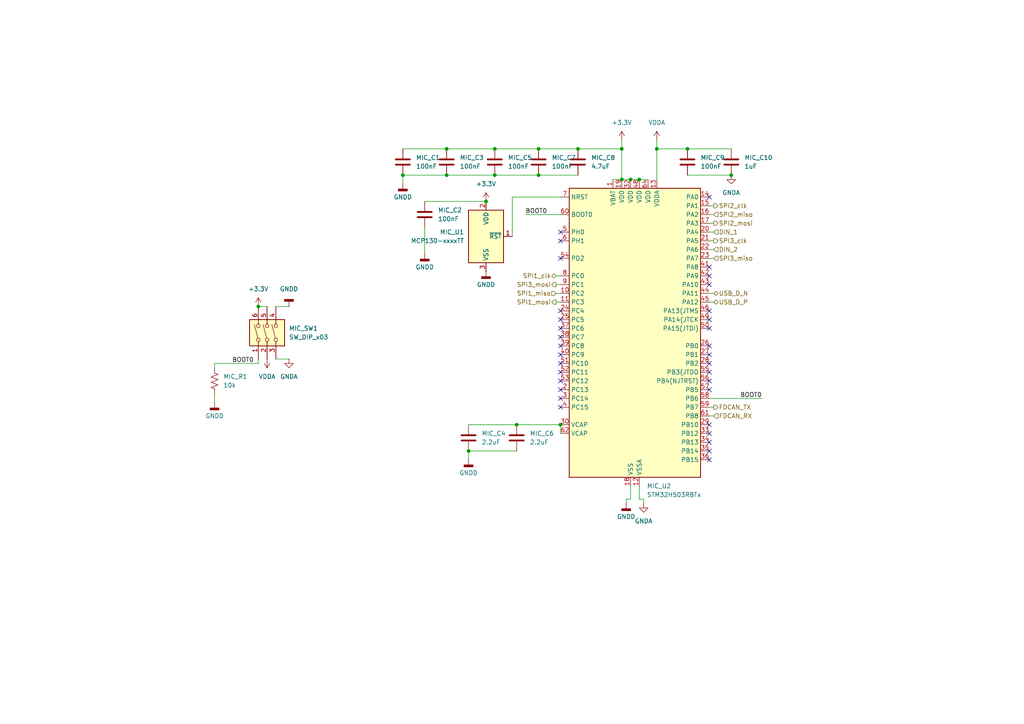
<source format=kicad_sch>
(kicad_sch (version 20231120) (generator "eeschema") (generator_version "8.0")
  (paper "A4")
  (lib_symbols
    (symbol "Device:C" (pin_numbers hide) (pin_names (offset 0.254))
      (property "Reference" "C" (at 0.635 2.54 0))
      (property "Value" "C" (at 0.635 -2.54 0))
      (symbol "C_0_1"
        (polyline (pts (xy -2.032 -0.762) (xy 2.032 -0.762)) (stroke (width 0.508)))
        (polyline (pts (xy -2.032 0.762) (xy 2.032 0.762)) (stroke (width 0.508)))
      )
      (symbol "C_1_1"
        (pin passive line (at 0 3.81 270) (length 2.794) (name "~") (number "1"))
        (pin passive line (at 0 -3.81 90) (length 2.794) (name "~") (number "2"))
      )
    )
    (symbol "Device:R_US" (pin_numbers hide) (pin_names (offset 0))
      (property "Reference" "R" (at 2.54 0 90))
      (property "Value" "R_US" (at -2.54 0 90))
      (symbol "R_US_0_1"
        (polyline (pts (xy 0 -2.286) (xy 0 -2.54)))
        (polyline (pts (xy 0 2.286) (xy 0 2.54)))
        (polyline (pts (xy 0 -0.762) (xy 1.016 -1.143) (xy 0 -1.524) (xy -1.016 -1.905) (xy 0 -2.286)))
        (polyline (pts (xy 0 0.762) (xy 1.016 0.381) (xy 0 0) (xy -1.016 -0.381) (xy 0 -0.762)))
        (polyline (pts (xy 0 2.286) (xy 1.016 1.905) (xy 0 1.524) (xy -1.016 1.143) (xy 0 0.762)))
      )
      (symbol "R_US_1_1"
        (pin passive line (at 0 3.81 270) (length 1.27) (name "~") (number "1"))
        (pin passive line (at 0 -3.81 90) (length 1.27) (name "~") (number "2"))
      )
    )
    (symbol "MCU_ST_STM32H5:STM32H503RBTx"
      (property "Reference" "U" (at -17.78 44.45 0))
      (property "Value" "STM32H503RBTx" (at 10.16 44.45 0))
      (symbol "STM32H503RBTx_0_1"
        (rectangle (start -17.78 -40.64) (end 20.32 43.18) (stroke (width 0.254)) (fill (type background)))
      )
      (symbol "STM32H503RBTx_1_1"
        (pin power_in line (at -5.08 45.72 270) (length 2.54) (name "VBAT") (number "1"))
        (pin bidirectional line (at -20.32 12.7 0) (length 2.54) (name "PC2") (number "10"))
        (pin bidirectional line (at -20.32 10.16 0) (length 2.54) (name "PC3") (number "11"))
        (pin power_in line (at 2.54 -43.18 90) (length 2.54) (name "VSSA") (number "12"))
        (pin power_in line (at 7.62 45.72 270) (length 2.54) (name "VDDA") (number "13"))
        (pin bidirectional line (at 22.86 40.64 180) (length 2.54) (name "PA0") (number "14"))
        (pin bidirectional line (at 22.86 38.1 180) (length 2.54) (name "PA1") (number "15"))
        (pin bidirectional line (at 22.86 35.56 180) (length 2.54) (name "PA2") (number "16"))
        (pin bidirectional line (at 22.86 33.02 180) (length 2.54) (name "PA3") (number "17"))
        (pin power_in line (at 0 -43.18 90) (length 2.54) (name "VSS") (number "18"))
        (pin power_in line (at -2.54 45.72 270) (length 2.54) (name "VDD") (number "19"))
        (pin bidirectional line (at -20.32 -15.24 0) (length 2.54) (name "PC13") (number "2"))
        (pin bidirectional line (at 22.86 30.48 180) (length 2.54) (name "PA4") (number "20"))
        (pin bidirectional line (at 22.86 27.94 180) (length 2.54) (name "PA5") (number "21"))
        (pin bidirectional line (at 22.86 25.4 180) (length 2.54) (name "PA6") (number "22"))
        (pin bidirectional line (at 22.86 22.86 180) (length 2.54) (name "PA7") (number "23"))
        (pin bidirectional line (at -20.32 7.62 0) (length 2.54) (name "PC4") (number "24"))
        (pin bidirectional line (at -20.32 5.08 0) (length 2.54) (name "PC5") (number "25"))
        (pin bidirectional line (at 22.86 -2.54 180) (length 2.54) (name "PB0") (number "26"))
        (pin bidirectional line (at 22.86 -5.08 180) (length 2.54) (name "PB1") (number "27"))
        (pin bidirectional line (at 22.86 -7.62 180) (length 2.54) (name "PB2") (number "28"))
        (pin bidirectional line (at 22.86 -25.4 180) (length 2.54) (name "PB10") (number "29"))
        (pin bidirectional line (at -20.32 -17.78 0) (length 2.54) (name "PC14") (number "3"))
        (pin power_out line (at -20.32 -25.4 0) (length 2.54) (name "VCAP") (number "30"))
        (pin passive line (at 0 -43.18 90) (length 2.54) hide (name "VSS") (number "31"))
        (pin power_in line (at 0 45.72 270) (length 2.54) (name "VDD") (number "32"))
        (pin bidirectional line (at 22.86 -27.94 180) (length 2.54) (name "PB12") (number "33"))
        (pin bidirectional line (at 22.86 -30.48 180) (length 2.54) (name "PB13") (number "34"))
        (pin bidirectional line (at 22.86 -33.02 180) (length 2.54) (name "PB14") (number "35"))
        (pin bidirectional line (at 22.86 -35.56 180) (length 2.54) (name "PB15") (number "36"))
        (pin bidirectional line (at -20.32 2.54 0) (length 2.54) (name "PC6") (number "37"))
        (pin bidirectional line (at -20.32 0 0) (length 2.54) (name "PC7") (number "38"))
        (pin bidirectional line (at -20.32 -2.54 0) (length 2.54) (name "PC8") (number "39"))
        (pin bidirectional line (at -20.32 -20.32 0) (length 2.54) (name "PC15") (number "4"))
        (pin bidirectional line (at -20.32 -5.08 0) (length 2.54) (name "PC9") (number "40"))
        (pin bidirectional line (at 22.86 20.32 180) (length 2.54) (name "PA8") (number "41"))
        (pin bidirectional line (at 22.86 17.78 180) (length 2.54) (name "PA9") (number "42"))
        (pin bidirectional line (at 22.86 15.24 180) (length 2.54) (name "PA10") (number "43"))
        (pin bidirectional line (at 22.86 12.7 180) (length 2.54) (name "PA11") (number "44"))
        (pin bidirectional line (at 22.86 10.16 180) (length 2.54) (name "PA12") (number "45"))
        (pin bidirectional line (at 22.86 7.62 180) (length 2.54) (name "PA13(JTMS") (number "46"))
        (pin passive line (at 0 -43.18 90) (length 2.54) hide (name "VSS") (number "47"))
        (pin power_in line (at 2.54 45.72 270) (length 2.54) (name "VDD") (number "48"))
        (pin bidirectional line (at 22.86 5.08 180) (length 2.54) (name "PA14(JTCK") (number "49"))
        (pin bidirectional line (at -20.32 30.48 0) (length 2.54) (name "PH0") (number "5"))
        (pin bidirectional line (at 22.86 2.54 180) (length 2.54) (name "PA15(JTDI)") (number "50"))
        (pin bidirectional line (at -20.32 -7.62 0) (length 2.54) (name "PC10") (number "51"))
        (pin bidirectional line (at -20.32 -10.16 0) (length 2.54) (name "PC11") (number "52"))
        (pin bidirectional line (at -20.32 -12.7 0) (length 2.54) (name "PC12") (number "53"))
        (pin bidirectional line (at -20.32 22.86 0) (length 2.54) (name "PD2") (number "54"))
        (pin bidirectional line (at 22.86 -10.16 180) (length 2.54) (name "PB3(JTDO") (number "55"))
        (pin bidirectional line (at 22.86 -12.7 180) (length 2.54) (name "PB4(NJTRST)") (number "56"))
        (pin bidirectional line (at 22.86 -15.24 180) (length 2.54) (name "PB5") (number "57"))
        (pin bidirectional line (at 22.86 -17.78 180) (length 2.54) (name "PB6") (number "58"))
        (pin bidirectional line (at 22.86 -20.32 180) (length 2.54) (name "PB7") (number "59"))
        (pin bidirectional line (at -20.32 27.94 0) (length 2.54) (name "PH1") (number "6"))
        (pin input line (at -20.32 35.56 0) (length 2.54) (name "BOOT0") (number "60"))
        (pin bidirectional line (at 22.86 -22.86 180) (length 2.54) (name "PB8") (number "61"))
        (pin power_out line (at -20.32 -27.94 0) (length 2.54) (name "VCAP") (number "62"))
        (pin passive line (at 0 -43.18 90) (length 2.54) hide (name "VSS") (number "63"))
        (pin power_in line (at 5.08 45.72 270) (length 2.54) (name "VDD") (number "64"))
        (pin input line (at -20.32 40.64 0) (length 2.54) (name "NRST") (number "7"))
        (pin bidirectional line (at -20.32 17.78 0) (length 2.54) (name "PC0") (number "8"))
        (pin bidirectional line (at -20.32 15.24 0) (length 2.54) (name "PC1") (number "9"))
      )
    )
    (symbol "Power_Supervisor:MCP130-xxxxTT"
      (property "Reference" "U" (at -5.08 8.89 0))
      (property "Value" "MCP130-xxxxTT" (at 8.89 8.89 0))
      (symbol "MCP130-xxxxTT_0_1"
        (rectangle (start 5.08 7.62) (end -5.08 -7.62) (stroke (width 0.254)) (fill (type background)))
      )
      (symbol "MCP130-xxxxTT_1_1"
        (pin open_collector line (at 7.62 0 180) (length 2.54) (name "~{RST}") (number "1"))
        (pin power_in line (at 0 10.16 270) (length 2.54) (name "VDD") (number "2"))
        (pin power_in line (at 0 -10.16 90) (length 2.54) (name "VSS") (number "3"))
      )
    )
    (symbol "Switch:SW_DIP_x03" (pin_names (offset 0) hide)
      (property "Reference" "SW" (at 0 6.35 0))
      (property "Value" "SW_DIP_x03" (at 0 -6.35 0))
      (symbol "SW_DIP_x03_0_0"
        (circle (center -2.032 -2.54) (radius 0.508))
        (circle (center -2.032 0) (radius 0.508))
        (circle (center -2.032 2.54) (radius 0.508))
        (polyline (pts (xy -1.524 -2.413) (xy 2.3622 -1.3716)))
        (polyline (pts (xy -1.524 0.127) (xy 2.3622 1.1684)))
        (polyline (pts (xy -1.524 2.667) (xy 2.3622 3.7084)))
        (circle (center 2.032 -2.54) (radius 0.508))
        (circle (center 2.032 0) (radius 0.508))
        (circle (center 2.032 2.54) (radius 0.508))
      )
      (symbol "SW_DIP_x03_0_1"
        (rectangle (start -3.81 5.08) (end 3.81 -5.08) (stroke (width 0.254)) (fill (type background)))
      )
      (symbol "SW_DIP_x03_1_1"
        (pin passive line (at -7.62 2.54 0) (length 5.08) (name "~") (number "1"))
        (pin passive line (at -7.62 0 0) (length 5.08) (name "~") (number "2"))
        (pin passive line (at -7.62 -2.54 0) (length 5.08) (name "~") (number "3"))
        (pin passive line (at 7.62 -2.54 180) (length 5.08) (name "~") (number "4"))
        (pin passive line (at 7.62 0 180) (length 5.08) (name "~") (number "5"))
        (pin passive line (at 7.62 2.54 180) (length 5.08) (name "~") (number "6"))
      )
    )
    (symbol "power:+3.3V" (power) (pin_numbers hide) (pin_names (offset 0) hide)
      (property "Value" "+3.3V" (at 0 3.556 0))
      (symbol "+3.3V_0_1"
        (polyline (pts (xy -0.762 1.27) (xy 0 2.54)))
        (polyline (pts (xy 0 0) (xy 0 2.54)))
        (polyline (pts (xy 0 2.54) (xy 0.762 1.27)))
      )
      (symbol "+3.3V_1_1"
        (pin power_in line (at 0 0 90) (length 0) (name "~") (number "1"))
      )
    )
    (symbol "power:GNDA" (power) (pin_numbers hide) (pin_names (offset 0) hide)
      (property "Value" "GNDA" (at 0 -3.81 0))
      (symbol "GNDA_0_1"
        (polyline (pts (xy 0 0) (xy 0 -1.27) (xy 1.27 -1.27) (xy 0 -2.54) (xy -1.27 -1.27) (xy 0 -1.27)))
      )
      (symbol "GNDA_1_1"
        (pin power_in line (at 0 0 270) (length 0) (name "~") (number "1"))
      )
    )
    (symbol "power:GNDD" (power) (pin_numbers hide) (pin_names (offset 0) hide)
      (property "Value" "GNDD" (at 0 -3.175 0))
      (symbol "GNDD_0_1"
        (rectangle (start -1.27 -1.524) (end 1.27 -2.032) (stroke (width 0.254)) (fill (type outline)))
        (polyline (pts (xy 0 0) (xy 0 -1.524)))
      )
      (symbol "GNDD_1_1"
        (pin power_in line (at 0 0 270) (length 0) (name "~") (number "1"))
      )
    )
    (symbol "power:VDDA" (power) (pin_numbers hide) (pin_names (offset 0) hide)
      (property "Value" "VDDA" (at 0 3.556 0))
      (symbol "VDDA_0_1"
        (polyline (pts (xy -0.762 1.27) (xy 0 2.54)))
        (polyline (pts (xy 0 0) (xy 0 2.54)))
        (polyline (pts (xy 0 2.54) (xy 0.762 1.27)))
      )
      (symbol "VDDA_1_1"
        (pin power_in line (at 0 0 90) (length 0) (name "~") (number "1"))
      )
    )
  )
  (junction (at 140.97 58.42))
  (junction (at 212.09 50.8))
  (junction (at 180.34 43.18))
  (junction (at 182.88 52.07))
  (junction (at 135.89 130.81))
  (junction (at 129.54 43.18))
  (junction (at 129.54 50.8))
  (junction (at 143.51 50.8))
  (junction (at 149.86 123.19))
  (junction (at 180.34 52.07))
  (junction (at 156.21 43.18))
  (junction (at 74.93 88.9))
  (junction (at 156.21 50.8))
  (junction (at 185.42 52.07))
  (junction (at 116.84 50.8))
  (junction (at 162.56 123.19))
  (junction (at 167.64 43.18))
  (junction (at 143.51 43.18))
  (junction (at 190.5 43.18))
  (junction (at 199.39 43.18))
  (no_connect (at 205.74 95.25))
  (no_connect (at 205.74 113.03))
  (no_connect (at 162.56 90.17))
  (no_connect (at 205.74 125.73))
  (no_connect (at 162.56 67.31))
  (no_connect (at 162.56 107.95))
  (no_connect (at 162.56 118.11))
  (no_connect (at 205.74 80.01))
  (no_connect (at 162.56 74.93))
  (no_connect (at 205.74 57.15))
  (no_connect (at 205.74 90.17))
  (no_connect (at 205.74 130.81))
  (no_connect (at 205.74 110.49))
  (no_connect (at 205.74 123.19))
  (no_connect (at 205.74 133.35))
  (no_connect (at 162.56 92.71))
  (no_connect (at 162.56 102.87))
  (no_connect (at 162.56 95.25))
  (no_connect (at 162.56 97.79))
  (no_connect (at 205.74 102.87))
  (no_connect (at 162.56 100.33))
  (no_connect (at 205.74 82.55))
  (no_connect (at 205.74 92.71))
  (no_connect (at 162.56 115.57))
  (no_connect (at 162.56 69.85))
  (no_connect (at 162.56 110.49))
  (no_connect (at 205.74 105.41))
  (no_connect (at 205.74 77.47))
  (no_connect (at 162.56 105.41))
  (no_connect (at 162.56 113.03))
  (no_connect (at 205.74 128.27))
  (no_connect (at 205.74 107.95))
  (no_connect (at 205.74 100.33))
  (wire (pts (xy 149.86 123.19) (xy 162.56 123.19)))
  (wire (pts (xy 161.29 82.55) (xy 162.56 82.55)))
  (wire (pts (xy 148.59 57.15) (xy 162.56 57.15)))
  (wire (pts (xy 148.59 68.58) (xy 148.59 57.15)))
  (wire (pts (xy 199.39 50.8) (xy 212.09 50.8)))
  (wire (pts (xy 116.84 53.34) (xy 116.84 50.8)))
  (wire (pts (xy 161.29 85.09) (xy 162.56 85.09)))
  (wire (pts (xy 167.64 43.18) (xy 180.34 43.18)))
  (wire (pts (xy 143.51 43.18) (xy 156.21 43.18)))
  (wire (pts (xy 156.21 50.8) (xy 167.64 50.8)))
  (wire (pts (xy 181.61 144.78) (xy 182.88 144.78)))
  (wire (pts (xy 180.34 40.64) (xy 180.34 43.18)))
  (wire (pts (xy 207.01 120.65) (xy 205.74 120.65)))
  (wire (pts (xy 123.19 58.42) (xy 140.97 58.42)))
  (wire (pts (xy 135.89 123.19) (xy 149.86 123.19)))
  (wire (pts (xy 162.56 123.19) (xy 162.56 125.73)))
  (wire (pts (xy 186.69 146.05) (xy 186.69 144.78)))
  (wire (pts (xy 185.42 144.78) (xy 185.42 140.97)))
  (wire (pts (xy 62.23 105.41) (xy 74.93 105.41)))
  (wire (pts (xy 205.74 115.57) (xy 220.98 115.57)))
  (wire (pts (xy 207.01 85.09) (xy 205.74 85.09)))
  (wire (pts (xy 135.89 133.35) (xy 135.89 130.81)))
  (wire (pts (xy 161.29 87.63) (xy 162.56 87.63)))
  (wire (pts (xy 205.74 72.39) (xy 207.01 72.39)))
  (wire (pts (xy 80.01 104.14) (xy 83.82 104.14)))
  (wire (pts (xy 180.34 43.18) (xy 180.34 52.07)))
  (wire (pts (xy 83.82 88.9) (xy 80.01 88.9)))
  (wire (pts (xy 205.74 69.85) (xy 207.01 69.85)))
  (wire (pts (xy 135.89 130.81) (xy 149.86 130.81)))
  (wire (pts (xy 205.74 59.69) (xy 207.01 59.69)))
  (wire (pts (xy 62.23 116.84) (xy 62.23 114.3)))
  (wire (pts (xy 207.01 118.11) (xy 205.74 118.11)))
  (wire (pts (xy 207.01 87.63) (xy 205.74 87.63)))
  (wire (pts (xy 116.84 50.8) (xy 129.54 50.8)))
  (wire (pts (xy 74.93 88.9) (xy 77.47 88.9)))
  (wire (pts (xy 190.5 43.18) (xy 199.39 43.18)))
  (wire (pts (xy 199.39 43.18) (xy 212.09 43.18)))
  (wire (pts (xy 177.8 52.07) (xy 180.34 52.07)))
  (wire (pts (xy 182.88 52.07) (xy 185.42 52.07)))
  (wire (pts (xy 205.74 67.31) (xy 207.01 67.31)))
  (wire (pts (xy 74.93 104.14) (xy 74.93 105.41)))
  (wire (pts (xy 182.88 144.78) (xy 182.88 140.97)))
  (wire (pts (xy 156.21 43.18) (xy 167.64 43.18)))
  (wire (pts (xy 123.19 73.66) (xy 123.19 66.04)))
  (wire (pts (xy 181.61 146.05) (xy 181.61 144.78)))
  (wire (pts (xy 190.5 43.18) (xy 190.5 52.07)))
  (wire (pts (xy 62.23 105.41) (xy 62.23 106.68)))
  (wire (pts (xy 205.74 64.77) (xy 207.01 64.77)))
  (wire (pts (xy 180.34 52.07) (xy 182.88 52.07)))
  (wire (pts (xy 186.69 144.78) (xy 185.42 144.78)))
  (wire (pts (xy 161.29 80.01) (xy 162.56 80.01)))
  (wire (pts (xy 205.74 62.23) (xy 207.01 62.23)))
  (wire (pts (xy 190.5 40.64) (xy 190.5 43.18)))
  (wire (pts (xy 205.74 74.93) (xy 207.01 74.93)))
  (wire (pts (xy 116.84 43.18) (xy 129.54 43.18)))
  (wire (pts (xy 129.54 43.18) (xy 143.51 43.18)))
  (wire (pts (xy 152.4 62.23) (xy 162.56 62.23)))
  (wire (pts (xy 129.54 50.8) (xy 143.51 50.8)))
  (wire (pts (xy 185.42 52.07) (xy 187.96 52.07)))
  (wire (pts (xy 143.51 50.8) (xy 156.21 50.8)))
  (label "BOOT0" (at 152.4 62.23 0))
  (label "BOOT0" (at 220.98 115.57 180))
  (label "BOOT0" (at 67.31 105.41 0))
  (hierarchical_label "SPI1_mosi" (shape output) (at 161.29 87.63 180))
  (hierarchical_label "SPI3_mosi" (shape output) (at 161.29 82.55 180))
  (hierarchical_label "FDCAN_TX" (shape output) (at 207.01 118.11 0))
  (hierarchical_label "SPI2_clk" (shape output) (at 207.01 59.69 0))
  (hierarchical_label "SPI3_clk" (shape output) (at 207.01 69.85 0))
  (hierarchical_label "SPI2_miso" (shape input) (at 207.01 62.23 0))
  (hierarchical_label "SPI1_miso" (shape input) (at 161.29 85.09 180))
  (hierarchical_label "SPI2_mosi" (shape output) (at 207.01 64.77 0))
  (hierarchical_label "FDCAN_RX" (shape input) (at 207.01 120.65 0))
  (hierarchical_label "DIN_2" (shape input) (at 207.01 72.39 0))
  (hierarchical_label "DIN_1" (shape input) (at 207.01 67.31 0))
  (hierarchical_label "USB_D_N" (shape bidirectional) (at 207.01 85.09 0))
  (hierarchical_label "USB_D_P" (shape bidirectional) (at 207.01 87.63 0))
  (hierarchical_label "SPI3_miso" (shape input) (at 207.01 74.93 0))
  (hierarchical_label "SPI1_clk" (shape bidirectional) (at 161.29 80.01 180))
  (symbol (lib_id "power:GNDD") (at 140.97 78.74 0) (unit 1)
    (property "Reference" "#PWR020" (effects (hide yes)))
    (property "Value" "GNDD" (at 140.97 82.55 0))
    (property "Description" "Power symbol creates a global label with name \"GNDD\" , digital ground" (effects (hide yes)))
  )
  (symbol (lib_id "power:GNDD") (at 181.61 146.05 0) (unit 1)
    (property "Reference" "#PWR022" (effects (hide yes)))
    (property "Value" "GNDD" (at 181.61 149.86 0))
    (property "Description" "Power symbol creates a global label with name \"GNDD\" , digital ground" (effects (hide yes)))
  )
  (symbol (lib_id "power:GNDA") (at 212.09 50.8 0) (unit 1)
    (property "Reference" "#PWR025" (effects (hide yes)))
    (property "Value" "GNDA" (at 212.09 55.88 0))
    (property "Description" "Power symbol creates a global label with name \"GNDA\" , analog ground" (effects (hide yes)))
  )
  (symbol (lib_id "Device:C") (at 135.89 127 0) (unit 1)
    (property "Reference" "MIC_C4" (at 139.7 125.7299 0) (effects (justify left)))
    (property "Value" "2.2uF" (at 139.7 128.2699 0) (effects (justify left)))
    (property "Footprint" "Capacitor_SMD:C_0603_1608Metric_Pad1.08x0.95mm_HandSolder" (effects (hide yes)))
    (property "Description" "Unpolarized capacitor" (effects (hide yes)))
  )
  (symbol (lib_id "Device:C") (at 123.19 62.23 0) (unit 1)
    (property "Reference" "MIC_C2" (at 127 60.9599 0) (effects (justify left)))
    (property "Value" "100nF" (at 127 63.4999 0) (effects (justify left)))
    (property "Footprint" "Capacitor_SMD:C_0603_1608Metric_Pad1.08x0.95mm_HandSolder" (effects (hide yes)))
    (property "Description" "Unpolarized capacitor" (effects (hide yes)))
  )
  (symbol (lib_id "Device:C") (at 212.09 46.99 0) (unit 1)
    (property "Reference" "MIC_C10" (at 215.9 45.7199 0) (effects (justify left)))
    (property "Value" "1uF" (at 215.9 48.2599 0) (effects (justify left)))
    (property "Footprint" "Capacitor_SMD:C_0603_1608Metric_Pad1.08x0.95mm_HandSolder" (effects (hide yes)))
    (property "Description" "Unpolarized capacitor" (effects (hide yes)))
  )
  (symbol (lib_id "Device:C") (at 156.21 46.99 0) (unit 1)
    (property "Reference" "MIC_C7" (at 160.02 45.7199 0) (effects (justify left)))
    (property "Value" "100nF" (at 160.02 48.2599 0) (effects (justify left)))
    (property "Footprint" "Capacitor_SMD:C_0603_1608Metric_Pad1.08x0.95mm_HandSolder" (effects (hide yes)))
    (property "Description" "Unpolarized capacitor" (effects (hide yes)))
  )
  (symbol (lib_id "Device:C") (at 199.39 46.99 0) (unit 1)
    (property "Reference" "MIC_C9" (at 203.2 45.7199 0) (effects (justify left)))
    (property "Value" "100nF" (at 203.2 48.2599 0) (effects (justify left)))
    (property "Footprint" "Capacitor_SMD:C_0603_1608Metric_Pad1.08x0.95mm_HandSolder" (effects (hide yes)))
    (property "Description" "Unpolarized capacitor" (effects (hide yes)))
  )
  (symbol (lib_id "power:GNDA") (at 186.69 146.05 0) (unit 1)
    (property "Reference" "#PWR023" (effects (hide yes)))
    (property "Value" "GNDA" (at 186.69 151.13 0))
    (property "Description" "Power symbol creates a global label with name \"GNDA\" , analog ground" (effects (hide yes)))
  )
  (symbol (lib_id "Device:C") (at 149.86 127 0) (unit 1)
    (property "Reference" "MIC_C6" (at 153.67 125.7299 0) (effects (justify left)))
    (property "Value" "2.2uF" (at 153.67 128.2699 0) (effects (justify left)))
    (property "Footprint" "Capacitor_SMD:C_0603_1608Metric_Pad1.08x0.95mm_HandSolder" (effects (hide yes)))
    (property "Description" "Unpolarized capacitor" (effects (hide yes)))
  )
  (symbol (lib_id "Device:C") (at 129.54 46.99 0) (unit 1)
    (property "Reference" "MIC_C3" (at 133.35 45.7199 0) (effects (justify left)))
    (property "Value" "100nF" (at 133.35 48.2599 0) (effects (justify left)))
    (property "Footprint" "Capacitor_SMD:C_0603_1608Metric_Pad1.08x0.95mm_HandSolder" (effects (hide yes)))
    (property "Description" "Unpolarized capacitor" (effects (hide yes)))
  )
  (symbol (lib_id "power:GNDD") (at 116.84 53.34 0) (unit 1)
    (property "Reference" "#PWR016" (effects (hide yes)))
    (property "Value" "GNDD" (at 116.84 57.15 0))
    (property "Description" "Power symbol creates a global label with name \"GNDD\" , digital ground" (effects (hide yes)))
  )
  (symbol (lib_id "power:GNDD") (at 123.19 73.66 0) (unit 1)
    (property "Reference" "#PWR017" (effects (hide yes)))
    (property "Value" "GNDD" (at 123.19 77.47 0))
    (property "Description" "Power symbol creates a global label with name \"GNDD\" , digital ground" (effects (hide yes)))
  )
  (symbol (lib_id "power:+3.3V") (at 74.93 88.9 0) (mirror y) (unit 1)
    (property "Reference" "#PWR012" (effects (hide yes)))
    (property "Value" "+3.3V" (at 74.93 83.82 0))
    (property "Description" "Power symbol creates a global label with name \"+3.3V\"" (effects (hide yes)))
  )
  (symbol (lib_id "Device:C") (at 167.64 46.99 0) (unit 1)
    (property "Reference" "MIC_C8" (at 171.45 45.7199 0) (effects (justify left)))
    (property "Value" "4.7uF" (at 171.45 48.2599 0) (effects (justify left)))
    (property "Footprint" "Capacitor_SMD:C_0603_1608Metric_Pad1.08x0.95mm_HandSolder" (effects (hide yes)))
    (property "Description" "Unpolarized capacitor" (effects (hide yes)))
  )
  (symbol (lib_id "power:GNDA") (at 83.82 104.14 0) (unit 1)
    (property "Reference" "#PWR015" (effects (hide yes)))
    (property "Value" "GNDA" (at 83.82 109.22 0))
    (property "Description" "Power symbol creates a global label with name \"GNDA\" , analog ground" (effects (hide yes)))
  )
  (symbol (lib_id "Switch:SW_DIP_x03") (at 77.47 96.52 90) (unit 1)
    (property "Reference" "MIC_SW1" (at 83.82 95.2499 90) (effects (justify right)))
    (property "Value" "SW_DIP_x03" (at 83.82 97.7899 90) (effects (justify right)))
    (property "Footprint" "Button_Switch_THT:SW_DIP_SPSTx03_Slide_9.78x9.8mm_W7.62mm_P2.54mm" (effects (hide yes)))
    (property "Description" "3x DIP Switch, Single Pole Single Throw (SPST) switch, small symbol" (effects (hide yes)))
  )
  (symbol (lib_id "power:+3.3V") (at 180.34 40.64 0) (unit 1)
    (property "Reference" "#PWR021" (effects (hide yes)))
    (property "Value" "+3.3V" (at 180.34 35.56 0))
    (property "Description" "Power symbol creates a global label with name \"+3.3V\"" (effects (hide yes)))
  )
  (symbol (lib_id "power:+3.3V") (at 140.97 58.42 0) (unit 1)
    (property "Reference" "#PWR019" (effects (hide yes)))
    (property "Value" "+3.3V" (at 140.97 53.34 0))
    (property "Description" "Power symbol creates a global label with name \"+3.3V\"" (effects (hide yes)))
  )
  (symbol (lib_id "power:GNDD") (at 83.82 88.9 180) (unit 1)
    (property "Reference" "#PWR014" (effects (hide yes)))
    (property "Value" "GNDD" (at 83.82 83.82 0))
    (property "Description" "Power symbol creates a global label with name \"GNDD\" , digital ground" (effects (hide yes)))
  )
  (symbol (lib_id "power:VDDA") (at 190.5 40.64 0) (unit 1)
    (property "Reference" "#PWR024" (effects (hide yes)))
    (property "Value" "VDDA" (at 190.5 35.56 0))
    (property "Description" "Power symbol creates a global label with name \"VDDA\"" (effects (hide yes)))
  )
  (symbol (lib_id "Device:R_US") (at 62.23 110.49 0) (unit 1)
    (property "Reference" "MIC_R1" (at 64.77 109.2199 0) (effects (justify left)))
    (property "Value" "10k" (at 64.77 111.7599 0) (effects (justify left)))
    (property "Footprint" "Resistor_SMD:R_0603_1608Metric_Pad0.98x0.95mm_HandSolder" (effects (hide yes)))
    (property "Description" "Resistor, US symbol" (effects (hide yes)))
  )
  (symbol (lib_id "MCU_ST_STM32H5:STM32H503RBTx") (at 182.88 97.79 0) (unit 1)
    (property "Reference" "MIC_U2" (at 187.6141 140.97 0) (effects (justify left)))
    (property "Value" "STM32H503RBTx" (at 187.6141 143.51 0) (effects (justify left)))
    (property "Footprint" "Package_QFP:LQFP-64_10x10mm_P0.5mm" (effects (hide yes)))
    (property "Datasheet" "https://www.st.com/resource/en/datasheet/stm32h503rb.pdf" (effects (hide yes)))
    (property "Description" "STMicroelectronics Arm Cortex-M33 MCU, 128KB flash, 32KB RAM, 250 MHz, 49 GPIO, LQFP64" (effects (hide yes)))
  )
  (symbol (lib_id "power:VDDA") (at 77.47 104.14 180) (unit 1)
    (property "Reference" "#PWR013" (effects (hide yes)))
    (property "Value" "VDDA" (at 77.47 109.22 0))
    (property "Description" "Power symbol creates a global label with name \"VDDA\"" (effects (hide yes)))
  )
  (symbol (lib_id "Device:C") (at 116.84 46.99 0) (unit 1)
    (property "Reference" "MIC_C1" (at 120.65 45.7199 0) (effects (justify left)))
    (property "Value" "100nF" (at 120.65 48.2599 0) (effects (justify left)))
    (property "Footprint" "Capacitor_SMD:C_0603_1608Metric_Pad1.08x0.95mm_HandSolder" (effects (hide yes)))
    (property "Description" "Unpolarized capacitor" (effects (hide yes)))
  )
  (symbol (lib_id "Power_Supervisor:MCP130-xxxxTT") (at 140.97 68.58 0) (unit 1)
    (property "Reference" "MIC_U1" (at 134.62 67.3099 0) (effects (justify right)))
    (property "Value" "MCP130-xxxxTT" (at 134.62 69.8499 0) (effects (justify right)))
    (property "Footprint" "Package_TO_SOT_SMD:SOT-23" (effects (hide yes)))
    (property "Datasheet" "http://ww1.microchip.com/downloads/en/DeviceDoc/11184d.pdf" (effects (hide yes)))
    (property "Description" "Microcontroller supervisory circuit with internal 5 kΩ pull-up, SOT-23" (effects (hide yes)))
  )
  (symbol (lib_id "power:GNDD") (at 62.23 116.84 0) (unit 1)
    (property "Reference" "#PWR011" (effects (hide yes)))
    (property "Value" "GNDD" (at 62.23 120.65 0))
    (property "Description" "Power symbol creates a global label with name \"GNDD\" , digital ground" (effects (hide yes)))
  )
  (symbol (lib_id "power:GNDD") (at 135.89 133.35 0) (unit 1)
    (property "Reference" "#PWR018" (effects (hide yes)))
    (property "Value" "GNDD" (at 135.89 137.16 0))
    (property "Description" "Power symbol creates a global label with name \"GNDD\" , digital ground" (effects (hide yes)))
  )
  (symbol (lib_id "Device:C") (at 143.51 46.99 0) (unit 1)
    (property "Reference" "MIC_C5" (at 147.32 45.7199 0) (effects (justify left)))
    (property "Value" "100nF" (at 147.32 48.2599 0) (effects (justify left)))
    (property "Footprint" "Capacitor_SMD:C_0603_1608Metric_Pad1.08x0.95mm_HandSolder" (effects (hide yes)))
    (property "Description" "Unpolarized capacitor" (effects (hide yes)))
  )
)
</source>
